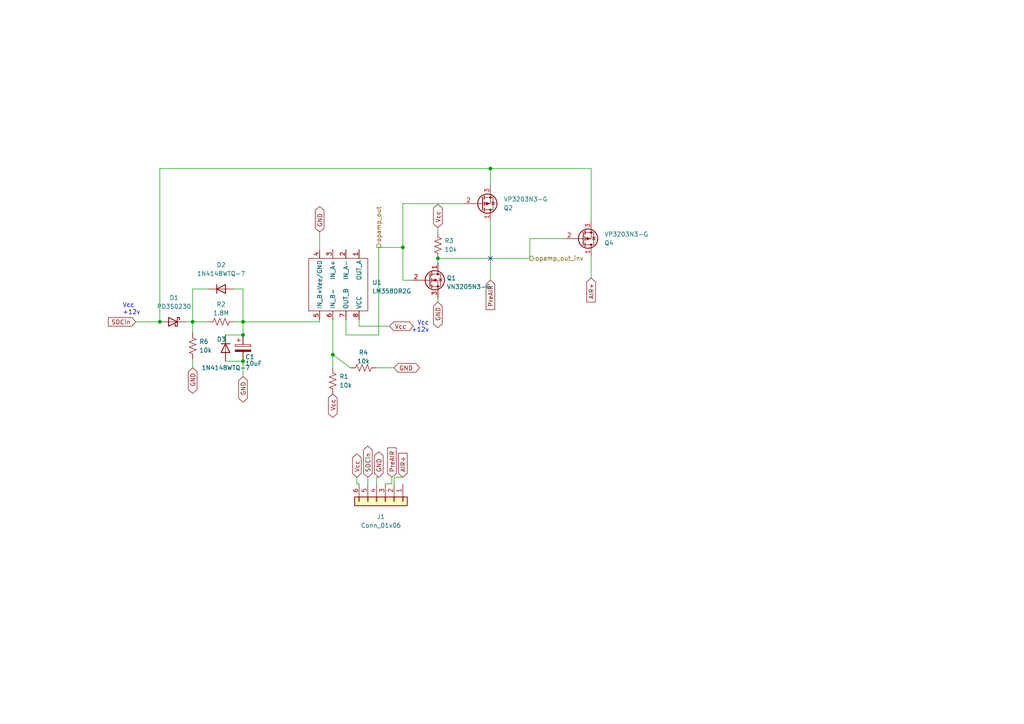
<source format=kicad_sch>
(kicad_sch (version 20230121) (generator eeschema)
  (paper "A4")
  (lib_symbols
    (symbol "Amplifier_Operational:LM358_whole_unit"
      (property "Reference" "U" (at 0 0 0))
      (symbol "LM358_whole_unit_0_1"
        (rectangle (start -1.905 18.415) (end 13.335 1.27))
      )
      (symbol "LM358_whole_unit_1_1"
        (pin output line (at -4.445 15.875 0) (length 2.54) (name "OUT_A") (number "1"))
        (pin power_in line (at -4.445 12.065 0) (length 2.54) (name "IN_A-") (number "2"))
        (pin power_in line (at -4.445 8.255 0) (length 2.54) (name "IN_A+") (number "3"))
        (pin bidirectional line (at -4.445 4.445 0) (length 2.54) (name "Vee/GND") (number "4"))
        (pin power_in line (at 15.875 4.445 180) (length 2.54) (name "IN_B+") (number "5"))
        (pin power_in line (at 15.875 8.255 180) (length 2.54) (name "IN_B-") (number "6"))
        (pin output line (at 15.875 12.065 180) (length 2.54) (name "OUT_B") (number "7"))
        (pin power_in line (at 15.875 15.875 180) (length 2.54) (name "VCC") (number "8"))
      )
    )
    (symbol "Connector_Generic:Conn_01x06" (pin_names (offset 1.016) hide)
      (property "Reference" "J" (at 0 7.62 0))
      (property "Value" "Conn_01x06" (at 0 -10.16 0))
      (symbol "Conn_01x06_1_1"
        (rectangle (start -1.27 -7.493) (end 0 -7.747) (stroke (width 0.1524)))
        (rectangle (start -1.27 -4.953) (end 0 -5.207) (stroke (width 0.1524)))
        (rectangle (start -1.27 -2.413) (end 0 -2.667) (stroke (width 0.1524)))
        (rectangle (start -1.27 0.127) (end 0 -0.127) (stroke (width 0.1524)))
        (rectangle (start -1.27 2.667) (end 0 2.413) (stroke (width 0.1524)))
        (rectangle (start -1.27 5.207) (end 0 4.953) (stroke (width 0.1524)))
        (rectangle (start -1.27 6.35) (end 1.27 -8.89) (stroke (width 0.254)) (fill (type background)))
        (pin passive line (at -5.08 5.08 0) (length 3.81) (name "Pin_1") (number "1"))
        (pin passive line (at -5.08 2.54 0) (length 3.81) (name "Pin_2") (number "2"))
        (pin passive line (at -5.08 0 0) (length 3.81) (name "Pin_3") (number "3"))
        (pin passive line (at -5.08 -2.54 0) (length 3.81) (name "Pin_4") (number "4"))
        (pin passive line (at -5.08 -5.08 0) (length 3.81) (name "Pin_5") (number "5"))
        (pin passive line (at -5.08 -7.62 0) (length 3.81) (name "Pin_6") (number "6"))
      )
    )
    (symbol "Device:C_Polarized" (pin_numbers hide) (pin_names (offset 0.254))
      (property "Reference" "C" (at 0.635 2.54 0))
      (property "Value" "C_Polarized" (at 0.635 -2.54 0))
      (symbol "C_Polarized_0_1"
        (rectangle (start -2.286 0.508) (end 2.286 1.016))
        (polyline (pts (xy -1.778 2.286) (xy -0.762 2.286)))
        (polyline (pts (xy -1.27 2.794) (xy -1.27 1.778)))
        (rectangle (start 2.286 -0.508) (end -2.286 -1.016) (fill (type outline)))
      )
      (symbol "C_Polarized_1_1"
        (pin passive line (at 0 3.81 270) (length 2.794) (name "~") (number "1"))
        (pin passive line (at 0 -3.81 90) (length 2.794) (name "~") (number "2"))
      )
    )
    (symbol "Device:D_Schottky" (pin_numbers hide) (pin_names (offset 1.016) hide)
      (property "Reference" "D" (at 0 2.54 0))
      (property "Value" "D_Schottky" (at 0 -2.54 0))
      (symbol "D_Schottky_0_1"
        (polyline (pts (xy 1.27 0) (xy -1.27 0)))
        (polyline (pts (xy 1.27 1.27) (xy 1.27 -1.27) (xy -1.27 0) (xy 1.27 1.27)) (stroke (width 0.254)))
        (polyline (pts (xy -1.905 0.635) (xy -1.905 1.27) (xy -1.27 1.27) (xy -1.27 -1.27) (xy -0.635 -1.27) (xy -0.635 -0.635)) (stroke (width 0.254)))
      )
      (symbol "D_Schottky_1_1"
        (pin passive line (at -3.81 0 0) (length 2.54) (name "K") (number "1"))
        (pin passive line (at 3.81 0 180) (length 2.54) (name "A") (number "2"))
      )
    )
    (symbol "Device:R_US" (pin_numbers hide) (pin_names (offset 0))
      (property "Reference" "R" (at 2.54 0 90))
      (property "Value" "R_US" (at -2.54 0 90))
      (symbol "R_US_0_1"
        (polyline (pts (xy 0 -2.286) (xy 0 -2.54)))
        (polyline (pts (xy 0 2.286) (xy 0 2.54)))
        (polyline (pts (xy 0 -0.762) (xy 1.016 -1.143) (xy 0 -1.524) (xy -1.016 -1.905) (xy 0 -2.286)))
        (polyline (pts (xy 0 0.762) (xy 1.016 0.381) (xy 0 0) (xy -1.016 -0.381) (xy 0 -0.762)))
        (polyline (pts (xy 0 2.286) (xy 1.016 1.905) (xy 0 1.524) (xy -1.016 1.143) (xy 0 0.762)))
      )
      (symbol "R_US_1_1"
        (pin passive line (at 0 3.81 270) (length 1.27) (name "~") (number "1"))
        (pin passive line (at 0 -3.81 90) (length 1.27) (name "~") (number "2"))
      )
    )
    (symbol "Diode:BAV302" (pin_numbers hide) (pin_names hide)
      (property "Reference" "D" (at 0 2.54 0))
      (property "Value" "BAV302" (at 0 -2.54 0))
      (symbol "BAV302_0_1"
        (polyline (pts (xy -1.27 1.27) (xy -1.27 -1.27)) (stroke (width 0.254)))
        (polyline (pts (xy 1.27 0) (xy -1.27 0)))
        (polyline (pts (xy 1.27 1.27) (xy 1.27 -1.27) (xy -1.27 0) (xy 1.27 1.27)) (stroke (width 0.254)))
      )
      (symbol "BAV302_1_1"
        (pin passive line (at -3.81 0 0) (length 2.54) (name "K") (number "1"))
        (pin passive line (at 3.81 0 180) (length 2.54) (name "A") (number "2"))
      )
    )
    (symbol "Transistor_FET:BS170" (pin_names hide)
      (property "Reference" "Q" (at 5.08 1.905 0))
      (property "Value" "BS170" (at 5.08 0 0))
      (symbol "BS170_0_1"
        (polyline (pts (xy 0.254 0) (xy -2.54 0)))
        (polyline (pts (xy 0.254 1.905) (xy 0.254 -1.905)) (stroke (width 0.254)))
        (polyline (pts (xy 0.762 -1.27) (xy 0.762 -2.286)) (stroke (width 0.254)))
        (polyline (pts (xy 0.762 0.508) (xy 0.762 -0.508)) (stroke (width 0.254)))
        (polyline (pts (xy 0.762 2.286) (xy 0.762 1.27)) (stroke (width 0.254)))
        (polyline (pts (xy 2.54 2.54) (xy 2.54 1.778)))
        (polyline (pts (xy 2.54 -2.54) (xy 2.54 0) (xy 0.762 0)))
        (polyline (pts (xy 0.762 -1.778) (xy 3.302 -1.778) (xy 3.302 1.778) (xy 0.762 1.778)))
        (polyline (pts (xy 1.016 0) (xy 2.032 0.381) (xy 2.032 -0.381) (xy 1.016 0)) (fill (type outline)))
        (polyline (pts (xy 2.794 0.508) (xy 2.921 0.381) (xy 3.683 0.381) (xy 3.81 0.254)))
        (polyline (pts (xy 3.302 0.381) (xy 2.921 -0.254) (xy 3.683 -0.254) (xy 3.302 0.381)))
        (circle (center 1.651 0) (radius 2.794) (stroke (width 0.254)))
        (circle (center 2.54 -1.778) (radius 0.254) (fill (type outline)))
        (circle (center 2.54 1.778) (radius 0.254) (fill (type outline)))
      )
      (symbol "BS170_1_1"
        (pin passive line (at 2.54 5.08 270) (length 2.54) (name "D") (number "1"))
        (pin input line (at -5.08 0 0) (length 2.54) (name "G") (number "2"))
        (pin passive line (at 2.54 -5.08 90) (length 2.54) (name "S") (number "3"))
      )
    )
    (symbol "Transistor_FET:BS250" (pin_names hide)
      (property "Reference" "Q" (at 5.08 1.905 0))
      (property "Value" "BS250" (at 5.08 0 0))
      (symbol "BS250_0_1"
        (polyline (pts (xy 0.254 0) (xy -2.54 0)))
        (polyline (pts (xy 0.254 1.905) (xy 0.254 -1.905)) (stroke (width 0.254)))
        (polyline (pts (xy 0.762 -1.27) (xy 0.762 -2.286)) (stroke (width 0.254)))
        (polyline (pts (xy 0.762 0.508) (xy 0.762 -0.508)) (stroke (width 0.254)))
        (polyline (pts (xy 0.762 2.286) (xy 0.762 1.27)) (stroke (width 0.254)))
        (polyline (pts (xy 2.54 2.54) (xy 2.54 1.778)))
        (polyline (pts (xy 2.54 -2.54) (xy 2.54 0) (xy 0.762 0)))
        (polyline (pts (xy 0.762 1.778) (xy 3.302 1.778) (xy 3.302 -1.778) (xy 0.762 -1.778)))
        (polyline (pts (xy 2.286 0) (xy 1.27 0.381) (xy 1.27 -0.381) (xy 2.286 0)) (fill (type outline)))
        (polyline (pts (xy 2.794 -0.508) (xy 2.921 -0.381) (xy 3.683 -0.381) (xy 3.81 -0.254)))
        (polyline (pts (xy 3.302 -0.381) (xy 2.921 0.254) (xy 3.683 0.254) (xy 3.302 -0.381)))
        (circle (center 1.651 0) (radius 2.794) (stroke (width 0.254)))
        (circle (center 2.54 -1.778) (radius 0.254) (fill (type outline)))
        (circle (center 2.54 1.778) (radius 0.254) (fill (type outline)))
      )
      (symbol "BS250_1_1"
        (pin passive line (at 2.54 5.08 270) (length 2.54) (name "D") (number "1"))
        (pin input line (at -5.08 0 0) (length 2.54) (name "G") (number "2"))
        (pin passive line (at 2.54 -5.08 90) (length 2.54) (name "S") (number "3"))
      )
    )
  )
  (junction (at 70.485 93.345))
  (junction (at 46.355 93.345))
  (junction (at 142.24 48.895))
  (junction (at 96.52 102.87))
  (junction (at 116.84 71.755))
  (junction (at 127 74.93))
  (junction (at 70.485 97.155))
  (junction (at 70.485 104.775))
  (junction (at 55.88 93.345))
  (no_connect (at 142.24 74.93))
  (wire (pts (xy 92.71 93.345) (xy 92.71 92.71)))
  (wire (pts (xy 104.14 92.71) (xy 104.14 94.615)))
  (wire (pts (xy 103.505 140.335) (xy 104.14 140.335)))
  (wire (pts (xy 116.84 81.28) (xy 119.38 81.28)))
  (wire (pts (xy 142.24 64.135) (xy 142.24 81.28)))
  (wire (pts (xy 100.33 92.71) (xy 100.33 97.155)))
  (wire (pts (xy 116.84 59.055) (xy 134.62 59.055)))
  (wire (pts (xy 153.67 69.215) (xy 163.83 69.215)))
  (wire (pts (xy 127 66.04) (xy 127 67.31)))
  (wire (pts (xy 142.24 48.895) (xy 171.45 48.895)))
  (wire (pts (xy 127 86.36) (xy 127 87.63)))
  (wire (pts (xy 111.76 140.335) (xy 113.665 140.335)))
  (wire (pts (xy 116.84 71.755) (xy 116.84 81.28)))
  (wire (pts (xy 116.84 59.055) (xy 116.84 71.755)))
  (wire (pts (xy 127 74.93) (xy 153.67 74.93)))
  (wire (pts (xy 96.52 102.87) (xy 96.52 106.68)))
  (wire (pts (xy 46.355 48.895) (xy 46.355 93.345)))
  (wire (pts (xy 70.485 83.82) (xy 70.485 93.345)))
  (wire (pts (xy 96.52 102.87) (xy 101.6 106.68)))
  (wire (pts (xy 65.405 97.155) (xy 70.485 97.155)))
  (wire (pts (xy 171.45 48.895) (xy 171.45 64.135)))
  (wire (pts (xy 53.975 93.345) (xy 55.88 93.345)))
  (wire (pts (xy 39.37 93.345) (xy 46.355 93.345)))
  (wire (pts (xy 46.355 48.895) (xy 142.24 48.895)))
  (wire (pts (xy 106.68 138.43) (xy 106.68 140.335)))
  (wire (pts (xy 92.71 72.39) (xy 92.71 67.31)))
  (wire (pts (xy 70.485 83.82) (xy 67.945 83.82)))
  (wire (pts (xy 113.665 138.43) (xy 113.665 140.335)))
  (wire (pts (xy 109.855 97.155) (xy 109.855 71.755)))
  (wire (pts (xy 114.3 138.43) (xy 116.84 138.43)))
  (wire (pts (xy 100.33 97.155) (xy 109.855 97.155)))
  (wire (pts (xy 171.45 74.295) (xy 171.45 80.645)))
  (wire (pts (xy 96.52 92.71) (xy 96.52 102.87)))
  (wire (pts (xy 65.405 104.775) (xy 70.485 104.775)))
  (wire (pts (xy 103.505 138.43) (xy 103.505 140.335)))
  (wire (pts (xy 127 74.93) (xy 127 76.2)))
  (wire (pts (xy 114.3 140.335) (xy 114.3 138.43)))
  (wire (pts (xy 109.855 71.755) (xy 116.84 71.755)))
  (wire (pts (xy 60.325 83.82) (xy 55.88 83.82)))
  (wire (pts (xy 153.67 69.215) (xy 153.67 74.93)))
  (wire (pts (xy 109.22 138.43) (xy 109.855 138.43)))
  (wire (pts (xy 142.24 48.895) (xy 142.24 53.975)))
  (wire (pts (xy 67.945 93.345) (xy 70.485 93.345)))
  (wire (pts (xy 109.22 140.335) (xy 109.22 138.43)))
  (wire (pts (xy 70.485 93.345) (xy 92.71 93.345)))
  (wire (pts (xy 55.88 93.345) (xy 60.325 93.345)))
  (wire (pts (xy 55.88 104.14) (xy 55.88 106.68)))
  (wire (pts (xy 104.14 94.615) (xy 113.03 94.615)))
  (wire (pts (xy 55.88 93.345) (xy 55.88 96.52)))
  (wire (pts (xy 70.485 104.775) (xy 70.485 109.22)))
  (wire (pts (xy 55.88 83.82) (xy 55.88 93.345)))
  (wire (pts (xy 109.22 106.68) (xy 114.3 106.68)))
  (wire (pts (xy 70.485 97.155) (xy 70.485 93.345)))
  (text "Vcc\n+12v\n" (at 124.46 96.52 0) (effects (font (size 1.27 1.27)) (justify right bottom)))
  (text "Vcc\n+12v\n" (at 35.56 91.44 0) (effects (font (size 1.27 1.27)) (justify left bottom)))
  (global_label "Vcc" (shape bidirectional) (at 103.505 138.43 90) (property "Intersheetrefs" "${INTERSHEET_REFS}" (effects hide)))
  (global_label "Vcc" (shape bidirectional) (at 127 66.04 90) (property "Intersheetrefs" "${INTERSHEET_REFS}" (effects hide)))
  (global_label "GND" (shape bidirectional) (at 127 87.63 270) (property "Intersheetrefs" "${INTERSHEET_REFS}" (effects hide)))
  (global_label "GND" (shape bidirectional) (at 109.855 138.43 90) (property "Intersheetrefs" "${INTERSHEET_REFS}" (effects hide)))
  (global_label "GND" (shape bidirectional) (at 70.485 109.22 270) (property "Intersheetrefs" "${INTERSHEET_REFS}" (effects hide)))
  (global_label "AIR+" (shape input) (at 116.84 138.43 90) (property "Intersheetrefs" "${INTERSHEET_REFS}" (effects hide)))
  (global_label "Vcc" (shape bidirectional) (at 96.52 114.3 270) (property "Intersheetrefs" "${INTERSHEET_REFS}" (effects hide)))
  (global_label "AIR+" (shape input) (at 171.45 80.645 270) (property "Intersheetrefs" "${INTERSHEET_REFS}" (effects hide)))
  (global_label "GND" (shape bidirectional) (at 92.71 67.31 90) (property "Intersheetrefs" "${INTERSHEET_REFS}" (effects hide)))
  (global_label "Vcc" (shape bidirectional) (at 113.03 94.615 0) (property "Intersheetrefs" "${INTERSHEET_REFS}" (effects hide)))
  (global_label "GND" (shape bidirectional) (at 55.88 106.68 270) (property "Intersheetrefs" "${INTERSHEET_REFS}" (effects hide)))
  (global_label "SDCin" (shape input) (at 39.37 93.345 180) (property "Intersheetrefs" "${INTERSHEET_REFS}" (effects hide)))
  (global_label "PreAIR" (shape input) (at 142.24 81.28 270) (property "Intersheetrefs" "${INTERSHEET_REFS}" (effects hide)))
  (global_label "GND" (shape bidirectional) (at 114.3 106.68 0) (property "Intersheetrefs" "${INTERSHEET_REFS}" (effects hide)))
  (global_label "PreAIR" (shape input) (at 113.665 138.43 90) (property "Intersheetrefs" "${INTERSHEET_REFS}" (effects hide)))
  (global_label "SDCin" (shape bidirectional) (at 106.68 138.43 90) (property "Intersheetrefs" "${INTERSHEET_REFS}" (effects hide)))
  (hierarchical_label "opamp_out" (shape output) (at 109.855 71.755 90))
  (hierarchical_label "opamp_out_inv" (shape output) (at 153.67 74.93 0))
  (symbol (lib_id "Diode:BAV302") (at 64.135 83.82 0) (mirror x) (unit 1)
    (property "Reference" "D2" (at 64.135 76.835 0))
    (property "Value" "1N4148WTQ-7" (at 64.135 79.375 0))
    (property "Footprint" "Diode_SMD:D_SOD-523" (effects hide))
    (property "Datasheet" "https://www.diodes.com/assets/Datasheets/1N4148WT.pdf" (effects hide))
  )
  (symbol (lib_id "Device:R_US") (at 127 71.12 180) (unit 1)
    (property "Reference" "R3" (at 128.905 69.85 0) (effects (justify right)))
    (property "Value" "10k" (at 128.905 72.39 0) (effects (justify right)))
    (property "Footprint" "Resistor_THT:R_Axial_DIN0207_L6.3mm_D2.5mm_P7.62mm_Horizontal" (effects hide))
  )
  (symbol (lib_id "Device:R_US") (at 55.88 100.33 180) (unit 1)
    (property "Reference" "R6" (at 57.785 99.06 0) (effects (justify right)))
    (property "Value" "10k" (at 57.785 101.6 0) (effects (justify right)))
    (property "Footprint" "Resistor_THT:R_Axial_DIN0207_L6.3mm_D2.5mm_P7.62mm_Horizontal" (effects hide))
  )
  (symbol (lib_id "Device:D_Schottky") (at 50.165 93.345 0) (mirror y) (unit 1)
    (property "Reference" "D1" (at 50.4825 86.36 0))
    (property "Value" "PD3S0230" (at 50.4825 88.9 0))
    (property "Footprint" "Diode_SMD:D_SOD-110" (effects hide))
    (property "Datasheet" "https://www.diodes.com/assets/Datasheets/ds30722.pdf" (effects hide))
  )
  (symbol (lib_id "Transistor_FET:BS250") (at 139.7 59.055 0) (mirror x) (unit 1)
    (property "Reference" "Q2" (at 146.05 60.325 0) (effects (justify left)))
    (property "Value" "VP3203N3-G" (at 146.05 57.785 0) (effects (justify left)))
    (property "Footprint" "Package_TO_SOT_THT:TO-92_Inline" (effects hide))
    (property "Datasheet" "http://www.vishay.com/docs/70209/70209.pdf" (effects hide))
  )
  (symbol (lib_id "Device:R_US") (at 105.41 106.68 270) (unit 1)
    (property "Reference" "R4" (at 105.41 102.235 90))
    (property "Value" "10k" (at 105.41 104.775 90))
    (property "Footprint" "Resistor_THT:R_Axial_DIN0207_L6.3mm_D2.5mm_P7.62mm_Horizontal" (effects hide))
  )
  (symbol (lib_id "Transistor_FET:BS250") (at 168.91 69.215 0) (mirror x) (unit 1)
    (property "Reference" "Q4" (at 175.26 70.485 0) (effects (justify left)))
    (property "Value" "VP3203N3-G" (at 175.26 67.945 0) (effects (justify left)))
    (property "Footprint" "Package_TO_SOT_THT:TO-92_Inline" (effects hide))
    (property "Datasheet" "http://www.vishay.com/docs/70209/70209.pdf" (effects hide))
  )
  (symbol (lib_id "Diode:BAV302") (at 65.405 100.965 90) (mirror x) (unit 1)
    (property "Reference" "D3" (at 62.865 98.425 90) (effects (justify right)))
    (property "Value" "1N4148WTQ-7" (at 58.42 106.68 90) (effects (justify right)))
    (property "Footprint" "Diode_SMD:D_SOD-523" (effects hide))
    (property "Datasheet" "https://www.diodes.com/assets/Datasheets/1N4148WT.pdf" (effects hide))
  )
  (symbol (lib_id "Device:R_US") (at 96.52 110.49 180) (unit 1)
    (property "Reference" "R1" (at 98.425 109.22 0) (effects (justify right)))
    (property "Value" "10k" (at 98.425 111.76 0) (effects (justify right)))
    (property "Footprint" "Resistor_THT:R_Axial_DIN0207_L6.3mm_D2.5mm_P7.62mm_Horizontal" (effects hide))
  )
  (symbol (lib_id "Device:C_Polarized") (at 70.485 100.965 0) (unit 1)
    (property "Reference" "C1" (at 71.12 103.505 0) (effects (justify left)))
    (property "Value" "10uF" (at 71.12 105.41 0) (effects (justify left)))
    (property "Footprint" "Capacitor_THT:CP_Radial_D4.0mm_P2.00mm" (effects hide))
    (property "Datasheet" "https://api.pim.na.industrial.panasonic.com/file_stream/main/fileversion/9127" (effects hide))
  )
  (symbol (lib_id "Connector_Generic:Conn_01x06") (at 111.76 145.415 270) (unit 1)
    (property "Reference" "J1" (at 110.49 149.86 90))
    (property "Value" "Conn_01x06" (at 110.49 152.4 90))
    (property "Footprint" "Connector_Molex:Molex_Micro-Fit_3.0_43045-0612_2x03_P3.00mm_Vertical" (effects hide))
  )
  (symbol (lib_id "Amplifier_Operational:LM358_whole_unit") (at 88.265 76.835 270) (unit 1)
    (property "Reference" "U1" (at 107.95 81.915 90) (effects (justify left)))
    (property "Value" "LM358DR2G" (at 107.95 84.455 90) (effects (justify left)))
    (property "Footprint" "Package_SO:SOIC-8_3.9x4.9mm_P1.27mm" (effects hide))
  )
  (symbol (lib_id "Device:R_US") (at 64.135 93.345 270) (unit 1)
    (property "Reference" "R2" (at 64.135 88.265 90))
    (property "Value" "1.8M" (at 64.135 90.805 90))
    (property "Footprint" "Resistor_THT:R_Axial_DIN0207_L6.3mm_D2.5mm_P7.62mm_Horizontal" (effects hide))
  )
  (symbol (lib_id "Transistor_FET:BS170") (at 124.46 81.28 0) (unit 1)
    (property "Reference" "Q1" (at 129.54 80.645 0) (effects (justify left)))
    (property "Value" "VN3205N3-G" (at 129.54 83.185 0) (effects (justify left)))
    (property "Footprint" "Package_TO_SOT_THT:TO-92_Inline" (effects hide))
    (property "Datasheet" "https://www.onsemi.com/pub/Collateral/BS170-D.PDF" (effects hide))
  )
)
</source>
